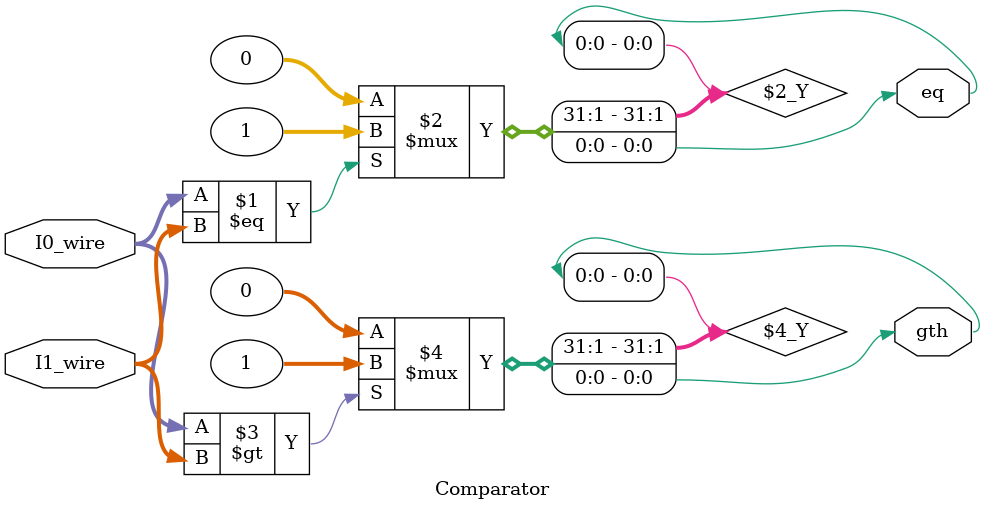
<source format=v>
`timescale 1ns / 1ps

module GCD(
    input  CLK100MHZ, rst,  //start
    input  SW1,
    output reg [7:0] a_to_g,
    output reg [7:0] an
    );
    
    parameter start      = 1'b1;
    parameter [15:0] In0 = 16'h0321;
    parameter [15:0] In1 = 16'h0123; 
    
    reg  [3:0]  LED_BCD;
    wire [3:0]  LED_activating_counter;
    reg  [19:0] refresh_counter;
    
    wire valid, Wr_In0, Wr_In1, Wr_C, Sel_In0, Sel_In1, Sel_a, Sel_b; //
    wire eq, gth;
    wire [31:0] C, I0_out, I1_out;
    wire [1:0] State_Y;
    
    GCD_datapath    DP(CLK100MHZ, rst, Wr_In0, Wr_In1, Wr_C, Sel_In0, Sel_In1, Sel_a, Sel_b, In0, In1, eq, gth, C, I0_out, I1_out);  
    GCD_controlunit CU(CLK100MHZ, rst, start, eq, gth, valid, Wr_In0, Wr_In1, Wr_C, Sel_In0, Sel_In1, Sel_a, Sel_b, State_Y);
       
    always @(posedge CLK100MHZ) begin
        if ( rst )
            refresh_counter <= 0;
        else
            refresh_counter <= refresh_counter + 1;
    end

    assign LED_activating_counter = refresh_counter[19:17];

    always @(*) begin
        case(SW1)
            1'b1: begin
                    case(LED_activating_counter)
                        3'b000: begin
                                    an = 8'b01111111;
                                    LED_BCD = I1_out[31:28];
                                end
                        3'b001: begin
                                    an = 8'b10111111;
                                    LED_BCD = I1_out[27:24];
                                end
                        3'b010: begin
                                    an = 8'b11011111;
                                    LED_BCD = I1_out[23:20];
                                end
                        3'b011: begin
                                    an = 8'b11101111;
                                    LED_BCD = I1_out[19:16];    
                                end
                        3'b100: begin
                                    an = 8'b11110111;
                                    LED_BCD = I1_out[15:12];
                                end   
                        3'b101: begin
                                    an = 8'b11111011;
                                    LED_BCD = I1_out[11:8];
                                end
                        3'b110: begin
                                    an = 8'b11111101;
                                    LED_BCD = I1_out[7:4];
                                end
                        3'b111: begin
                                    an = 8'b11111110;
                                    LED_BCD = I1_out[3:0];
                                end
                    endcase
                end
   
        1'b0: begin
                case(LED_activating_counter)
                    3'b000: begin
                                an = 8'b01111111;
                                LED_BCD = In0[15:12];
                            end
                    3'b001: begin
                                an = 8'b10111111;
                                LED_BCD = In0[11:8];
                            end
                    3'b010: begin
                                an = 8'b11011111;
                                LED_BCD = In0[7:4];
                            end
                    3'b011: begin
                                an = 8'b11101111;
                                LED_BCD = In0[3:0];   
                            end        
                    3'b100: begin
                                an = 8'b11110111;
                                LED_BCD = In1[15:12];
                            end
                    3'b101: begin
                                an = 8'b11111011;
                                LED_BCD = In1[11:8];
                            end
                    3'b110: begin
                                an = 8'b11111101;
                                LED_BCD = In1[7:4];
                            end
                    3'b111: begin
                                an = 8'b11111110;
                                LED_BCD = In1[3:0];
                            end
                endcase
             end
         endcase
    end
   
    always @(LED_BCD) begin
        casex(LED_BCD)
            4'b0000: a_to_g = 8'b1_0000001;
            4'b0001: a_to_g = 8'b1_1001111;
            4'b0010: a_to_g = 8'b1_0010010;
            4'b0011: a_to_g = 8'b1_0000110;
            4'b0100: a_to_g = 8'b1_1001100;
            4'b0101: a_to_g = 8'b1_0100100;
            4'b0110: a_to_g = 8'b1_0100000;
            4'b0111: a_to_g = 8'b1_0001111;
           
            4'b1000: a_to_g = 8'b1_0000000;
            4'b1001: a_to_g = 8'b1_0001100;
            4'b1010: a_to_g = 8'b1_0001000;
            4'b1011: a_to_g = 8'b0_1100000;
            4'b1100: a_to_g = 8'b1_0110001;
            4'b1101: a_to_g = 8'b1_1000010;
            4'b1110: a_to_g = 8'b1_0110000;
            4'b1111: a_to_g = 8'b1_0111000;
            default: a_to_g = 8'bX_0000000;
         endcase
    end
 
endmodule

//--------------------------------------------------------------------------------
module display(
    input [15:0] a,b,
    input CLK100MHZ, rst,
    output reg[7:0] a_to_g,
    output reg[7:0] an
    );
    
    reg  [3:0]  LED_BCD;
    wire [3:0]  LED_activating_counter;
    reg  [19:0] refresh_counter;

    always @(posedge CLK100MHZ) begin
        if(rst)
            refresh_counter <= 0;
         else
            refresh_counter <= refresh_counter + 1;
    end

    assign LED_activating_counter = refresh_counter[19:17];

    always @(*) begin
        case(LED_activating_counter)
            3'b000: begin
                        an = 8'b01111111;
                        LED_BCD = a[15:12];
                    end
            3'b001: begin
                        an = 8'b10111111;
                        LED_BCD = a[11:8];
                    end
            3'b010: begin
                        an = 8'b11011111;
                        LED_BCD = a[7:4];
                    end
            3'b011: begin
                        an = 8'b11101111;
                        LED_BCD = a[3:0];
                    end
            3'b100: begin
                        an = 8'b11110111;
                        LED_BCD = b[15:12];
                    end
            3'b101: begin
                        an = 8'b11111011;
                        LED_BCD = b[11:8];
                    end
            3'b110: begin
                        an = 8'b11111101;
                        LED_BCD = b[7:4];
                    end
            3'b111: begin
                        an = 8'b11111110;
                        LED_BCD = b[3:0];
                    end
        endcase
     end
   
    always@(LED_BCD)begin
    casex(LED_BCD)
        4'b0000:   a_to_g = 8'b1_0000001;
        4'b0001:   a_to_g = 8'b1_1001111;
        4'b0010:   a_to_g = 8'b1_0010010;
        4'b0011:   a_to_g = 8'b1_0000110;
        4'b0100:   a_to_g = 8'b1_1001100;
        4'b0101:   a_to_g = 8'b1_0100100;
        4'b0110:   a_to_g = 8'b1_0100000;
        4'b0111:   a_to_g = 8'b1_0001111;
       
        4'b1000:   a_to_g = 8'b1_0000000;
        4'b1001:   a_to_g = 8'b1_0001100;
        4'b1010:   a_to_g = 8'b1_0001000;
        4'b1011:   a_to_g = 8'b0_1100000;
        4'b1100:   a_to_g = 8'b1_0110001;
        4'b1101:   a_to_g = 8'b1_1000010;
        4'b1110:   a_to_g = 8'b1_0110000;
        4'b1111:   a_to_g = 8'b1_0111000;
        default:   a_to_g = 8'bX_0000000;
    endcase
 end
 
endmodule

//--------------------------------------------------------------------------------
module GCD_controlunit(
    input clk, rst, start, eq, gth,
    output valid, Wr_In0, Wr_In1, Wr_C, Sel_In0, Sel_In1, Sel_a, Sel_b,
    output [1:0] State_Y
    );
        
    reg [7:0] Control_Variable;
    reg [1:0] state, nstate;
    
    //wire eq, gth;
    wire valid, Wr_In0, Wr_In1, Wr_C, Sel_In0, Sel_In1, Sel_a, Sel_b;         //
    //wire [1:0] State_Y;
    
    parameter S0 = 2'b00, S1 = 2'b01, S2 = 2'b10, S3 = 2'b11;
     
    //Reset and Update State
    always @(posedge rst or negedge clk) begin
       if(rst) state <= 2'b00;
       else state <= nstate;
    end 
    
     //Next State
     always@(state or start or eq or gth) begin
        case(state)
            2'b00: begin if(~start) nstate <= 2'b00; 
                         else if(eq) nstate <= 2'b01;
                         else if(gth) nstate <= 2'b10;
                         else nstate <=2'b11;
                   end
            2'b01: nstate <= 2'b00; 
            2'b10: begin if(eq) nstate <= 2'b01; 
                         else if(gth) nstate<=2'b10;
                         else nstate<=2'b11;
                   end
            2'b11: begin if(eq) nstate <= 2'b01;  
                         else if(gth) nstate<=2'b10;
                         else nstate<=2'b11;
                   end
            default: nstate<=2'b00;
        endcase
     end
     
     //Output 
     always @(state) begin 
        case(state)
            2'b00: Control_Variable <= 8'b1100_1100;    
            2'b01: Control_Variable <= 8'b0000_0011;
            2'b10: Control_Variable <= 8'b0011_1000;
            2'b11: Control_Variable <= 8'b0000_0100;
        endcase
     end
     
     assign Sel_In0 = Control_Variable[7];
     assign Sel_In1 = Control_Variable[6];
     assign Sel_a   = Control_Variable[5];
     assign Sel_b   = Control_Variable[4];
     assign Wr_In0  = Control_Variable[3];
     assign Wr_In1  = Control_Variable[2];
     assign Wr_C    = Control_Variable[1];
     assign valid   = Control_Variable[0];
     
     assign State_Y = nstate;
     
endmodule

//--------------------------------------------------------------------------------
module GCD_datapath(
    input  clk, rst, Wr_In0, Wr_In1, Wr_C, Sel_In0, Sel_In1, Sel_a, Sel_b,
    input  [15:0] In0, In1,
    output eq, gth,
    output [15:0] C,
    output [15:0] I0_out, I1_out
    );   
    
    wire [15:0] I0_wire, I1_wire, ALU;
    wire [15:0] A_wire, B_wire;
    
    RegisterIn0 Reg0(clk, rst, Wr_In0, Sel_In0, In0, ALU, I0_wire);
    RegisterIn1 Reg1(clk, rst, Wr_In1, Sel_In1, In1, ALU, I1_wire);
    RegisterC RegC(clk, rst, Wr_C, I0_wire, C); 
    MuxA        MA(I0_wire, I1_wire, Sel_a, A_wire);
    MuxB        MB(I0_wire, I1_wire, Sel_b, A_wire);
    ALU          A(A_wire, B_wire, ALU);
    Comparator Com(I0_wire, I1_wire, eq, gth);
    
    assign I0_out = I0_wire;
    assign I1_out = I1_wire;
        
endmodule    

//------------------------------------------------------------------------------
module RegisterIn0(
    input  clk,
    input  rst,
    input  Wr_In0,
    input  Sel_In0,
    input  [15:0] In0,
    input  [15:0] ALU,
    output [15:0] out
    );
    
    reg [15:0] I0_wire;
        
    always @(posedge rst or posedge clk) begin
        if(rst)
            I0_wire <= 16'h0000;
        else if(Wr_In0) begin
            if(Sel_In0) 
                I0_wire <= In0;
            else
                I0_wire <= ALU; 
        end  
    end

    assign out = I0_wire;
    
endmodule

//-----------------------------------------------------------------------------
module RegisterIn1(
    input  clk,
    input  rst,
    input  Wr_In1,
    input  Sel_In1,
    input  [15:0] In1,
    input  [15:0] ALU,
    output [15:0] out
    );
    
    reg [15:0] I1_wire;
    
    always @(posedge rst or posedge clk) begin
        if(rst) 
            I1_wire <= 16'h0000;
        else if(Wr_In1) begin
            if(Sel_In1)
                I1_wire <= In1;
            else 
                I1_wire <= ALU;
        end        
    end
    
    assign out = I1_wire;
    
 endmodule
 
//-----------------------------------------------------------------------------
module RegisterC(
    input  clk,
    input  rst,
    input  Wr_C,
    input  [15:0] I0_wire,
    output [15:0] out
    );
    
    reg [15:0] C;
    
    always @(posedge rst or posedge clk) begin
        if(rst)
            C <= 16'h0000;           
        else if (Wr_C)
            C <= I0_wire;
      //  else 
       //     C<= 0;     /////
    end
    
    assign out = C;

endmodule 

//-----------------------------------------------------------------------------
module MuxA(
    input  [15:0] I0_wire,
    input  [15:0] I1_wire,
    input  Sel_a,
    output reg [15:0] A_wire
    );
    
    always @(I0_wire or I1_wire or Sel_a) begin
        if(Sel_a)
            A_wire <= I0_wire;
        else 
            A_wire <= I1_wire;
    end
    
 endmodule
 
//-----------------------------------------------------------------------------
 module MuxB(
    input  [15:0] I0_wire,
    input  [15:0] I1_wire,
    input  Sel_b,
    output reg [15:0] B_wire
    );
   
    always @(I0_wire or I1_wire or Sel_b) begin
        if(Sel_b)
            B_wire <= I1_wire;
        else
            B_wire <= I0_wire;
    end
    
 endmodule   

//-----------------------------------------------------------------------------
module ALU(
    input  [15:0] A_wire,
    input  [15:0] B_wire,
    output reg [15:0] ALU
    );
    
    always @(A_wire or B_wire) begin
        ALU <= A_wire - B_wire;
    end
    
endmodule

//-----------------------------------------------------------------------------
module Comparator(
    input  [15:0] I0_wire,
    input  [15:0] I1_wire,
    output eq,
    output gth
    );
    
    assign eq  = (I0_wire == I1_wire) ? 1 : 0;
    assign gth = (I0_wire > I1_wire) ? 1 : 0;
    
endmodule    


//-----------------------------------------------------------------------------
  

</source>
